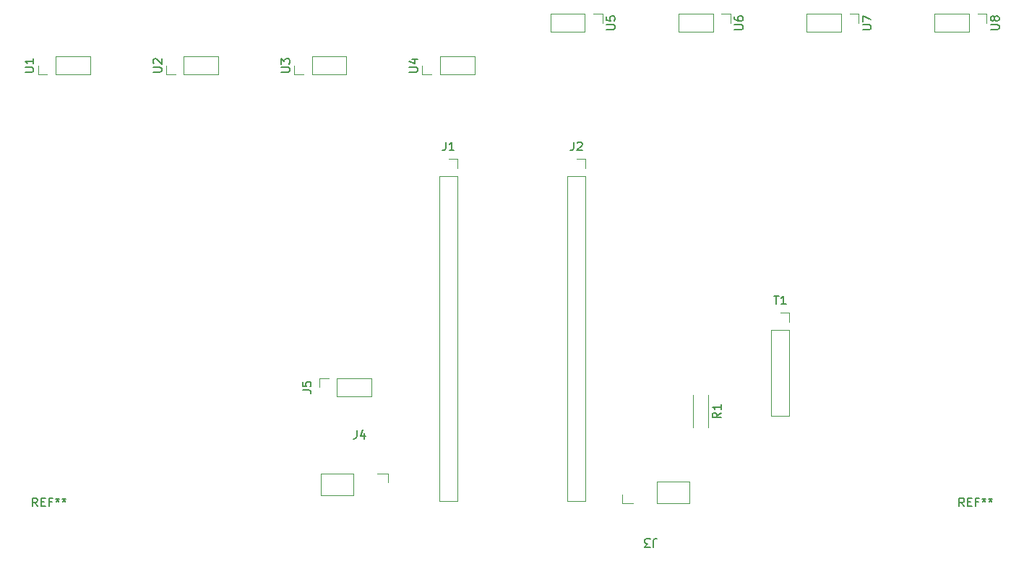
<source format=gbr>
%TF.GenerationSoftware,KiCad,Pcbnew,7.0.10*%
%TF.CreationDate,2024-01-29T08:00:26-03:00*%
%TF.ProjectId,sensor_agv,73656e73-6f72-45f6-9167-762e6b696361,rev?*%
%TF.SameCoordinates,Original*%
%TF.FileFunction,Legend,Top*%
%TF.FilePolarity,Positive*%
%FSLAX46Y46*%
G04 Gerber Fmt 4.6, Leading zero omitted, Abs format (unit mm)*
G04 Created by KiCad (PCBNEW 7.0.10) date 2024-01-29 08:00:26*
%MOMM*%
%LPD*%
G01*
G04 APERTURE LIST*
%ADD10C,0.150000*%
%ADD11C,0.120000*%
G04 APERTURE END LIST*
D10*
X202057819Y-69738304D02*
X202867342Y-69738304D01*
X202867342Y-69738304D02*
X202962580Y-69690685D01*
X202962580Y-69690685D02*
X203010200Y-69643066D01*
X203010200Y-69643066D02*
X203057819Y-69547828D01*
X203057819Y-69547828D02*
X203057819Y-69357352D01*
X203057819Y-69357352D02*
X203010200Y-69262114D01*
X203010200Y-69262114D02*
X202962580Y-69214495D01*
X202962580Y-69214495D02*
X202867342Y-69166876D01*
X202867342Y-69166876D02*
X202057819Y-69166876D01*
X202486390Y-68547828D02*
X202438771Y-68643066D01*
X202438771Y-68643066D02*
X202391152Y-68690685D01*
X202391152Y-68690685D02*
X202295914Y-68738304D01*
X202295914Y-68738304D02*
X202248295Y-68738304D01*
X202248295Y-68738304D02*
X202153057Y-68690685D01*
X202153057Y-68690685D02*
X202105438Y-68643066D01*
X202105438Y-68643066D02*
X202057819Y-68547828D01*
X202057819Y-68547828D02*
X202057819Y-68357352D01*
X202057819Y-68357352D02*
X202105438Y-68262114D01*
X202105438Y-68262114D02*
X202153057Y-68214495D01*
X202153057Y-68214495D02*
X202248295Y-68166876D01*
X202248295Y-68166876D02*
X202295914Y-68166876D01*
X202295914Y-68166876D02*
X202391152Y-68214495D01*
X202391152Y-68214495D02*
X202438771Y-68262114D01*
X202438771Y-68262114D02*
X202486390Y-68357352D01*
X202486390Y-68357352D02*
X202486390Y-68547828D01*
X202486390Y-68547828D02*
X202534009Y-68643066D01*
X202534009Y-68643066D02*
X202581628Y-68690685D01*
X202581628Y-68690685D02*
X202676866Y-68738304D01*
X202676866Y-68738304D02*
X202867342Y-68738304D01*
X202867342Y-68738304D02*
X202962580Y-68690685D01*
X202962580Y-68690685D02*
X203010200Y-68643066D01*
X203010200Y-68643066D02*
X203057819Y-68547828D01*
X203057819Y-68547828D02*
X203057819Y-68357352D01*
X203057819Y-68357352D02*
X203010200Y-68262114D01*
X203010200Y-68262114D02*
X202962580Y-68214495D01*
X202962580Y-68214495D02*
X202867342Y-68166876D01*
X202867342Y-68166876D02*
X202676866Y-68166876D01*
X202676866Y-68166876D02*
X202581628Y-68214495D01*
X202581628Y-68214495D02*
X202534009Y-68262114D01*
X202534009Y-68262114D02*
X202486390Y-68357352D01*
X127809666Y-116734619D02*
X127809666Y-117448904D01*
X127809666Y-117448904D02*
X127762047Y-117591761D01*
X127762047Y-117591761D02*
X127666809Y-117687000D01*
X127666809Y-117687000D02*
X127523952Y-117734619D01*
X127523952Y-117734619D02*
X127428714Y-117734619D01*
X128714428Y-117067952D02*
X128714428Y-117734619D01*
X128476333Y-116687000D02*
X128238238Y-117401285D01*
X128238238Y-117401285D02*
X128857285Y-117401285D01*
X198956666Y-125662219D02*
X198623333Y-125186028D01*
X198385238Y-125662219D02*
X198385238Y-124662219D01*
X198385238Y-124662219D02*
X198766190Y-124662219D01*
X198766190Y-124662219D02*
X198861428Y-124709838D01*
X198861428Y-124709838D02*
X198909047Y-124757457D01*
X198909047Y-124757457D02*
X198956666Y-124852695D01*
X198956666Y-124852695D02*
X198956666Y-124995552D01*
X198956666Y-124995552D02*
X198909047Y-125090790D01*
X198909047Y-125090790D02*
X198861428Y-125138409D01*
X198861428Y-125138409D02*
X198766190Y-125186028D01*
X198766190Y-125186028D02*
X198385238Y-125186028D01*
X199385238Y-125138409D02*
X199718571Y-125138409D01*
X199861428Y-125662219D02*
X199385238Y-125662219D01*
X199385238Y-125662219D02*
X199385238Y-124662219D01*
X199385238Y-124662219D02*
X199861428Y-124662219D01*
X200623333Y-125138409D02*
X200290000Y-125138409D01*
X200290000Y-125662219D02*
X200290000Y-124662219D01*
X200290000Y-124662219D02*
X200766190Y-124662219D01*
X201290000Y-124662219D02*
X201290000Y-124900314D01*
X201051905Y-124805076D02*
X201290000Y-124900314D01*
X201290000Y-124900314D02*
X201528095Y-124805076D01*
X201147143Y-125090790D02*
X201290000Y-124900314D01*
X201290000Y-124900314D02*
X201432857Y-125090790D01*
X202051905Y-124662219D02*
X202051905Y-124900314D01*
X201813810Y-124805076D02*
X202051905Y-124900314D01*
X202051905Y-124900314D02*
X202290000Y-124805076D01*
X201909048Y-125090790D02*
X202051905Y-124900314D01*
X202051905Y-124900314D02*
X202194762Y-125090790D01*
X88937819Y-74738304D02*
X89747342Y-74738304D01*
X89747342Y-74738304D02*
X89842580Y-74690685D01*
X89842580Y-74690685D02*
X89890200Y-74643066D01*
X89890200Y-74643066D02*
X89937819Y-74547828D01*
X89937819Y-74547828D02*
X89937819Y-74357352D01*
X89937819Y-74357352D02*
X89890200Y-74262114D01*
X89890200Y-74262114D02*
X89842580Y-74214495D01*
X89842580Y-74214495D02*
X89747342Y-74166876D01*
X89747342Y-74166876D02*
X88937819Y-74166876D01*
X89937819Y-73166876D02*
X89937819Y-73738304D01*
X89937819Y-73452590D02*
X88937819Y-73452590D01*
X88937819Y-73452590D02*
X89080676Y-73547828D01*
X89080676Y-73547828D02*
X89175914Y-73643066D01*
X89175914Y-73643066D02*
X89223533Y-73738304D01*
X162563133Y-130426880D02*
X162563133Y-129712595D01*
X162563133Y-129712595D02*
X162610752Y-129569738D01*
X162610752Y-129569738D02*
X162705990Y-129474500D01*
X162705990Y-129474500D02*
X162848847Y-129426880D01*
X162848847Y-129426880D02*
X162944085Y-129426880D01*
X162182180Y-130426880D02*
X161563133Y-130426880D01*
X161563133Y-130426880D02*
X161896466Y-130045928D01*
X161896466Y-130045928D02*
X161753609Y-130045928D01*
X161753609Y-130045928D02*
X161658371Y-129998309D01*
X161658371Y-129998309D02*
X161610752Y-129950690D01*
X161610752Y-129950690D02*
X161563133Y-129855452D01*
X161563133Y-129855452D02*
X161563133Y-129617357D01*
X161563133Y-129617357D02*
X161610752Y-129522119D01*
X161610752Y-129522119D02*
X161658371Y-129474500D01*
X161658371Y-129474500D02*
X161753609Y-129426880D01*
X161753609Y-129426880D02*
X162039323Y-129426880D01*
X162039323Y-129426880D02*
X162134561Y-129474500D01*
X162134561Y-129474500D02*
X162182180Y-129522119D01*
X157057819Y-69738304D02*
X157867342Y-69738304D01*
X157867342Y-69738304D02*
X157962580Y-69690685D01*
X157962580Y-69690685D02*
X158010200Y-69643066D01*
X158010200Y-69643066D02*
X158057819Y-69547828D01*
X158057819Y-69547828D02*
X158057819Y-69357352D01*
X158057819Y-69357352D02*
X158010200Y-69262114D01*
X158010200Y-69262114D02*
X157962580Y-69214495D01*
X157962580Y-69214495D02*
X157867342Y-69166876D01*
X157867342Y-69166876D02*
X157057819Y-69166876D01*
X157057819Y-68214495D02*
X157057819Y-68690685D01*
X157057819Y-68690685D02*
X157534009Y-68738304D01*
X157534009Y-68738304D02*
X157486390Y-68690685D01*
X157486390Y-68690685D02*
X157438771Y-68595447D01*
X157438771Y-68595447D02*
X157438771Y-68357352D01*
X157438771Y-68357352D02*
X157486390Y-68262114D01*
X157486390Y-68262114D02*
X157534009Y-68214495D01*
X157534009Y-68214495D02*
X157629247Y-68166876D01*
X157629247Y-68166876D02*
X157867342Y-68166876D01*
X157867342Y-68166876D02*
X157962580Y-68214495D01*
X157962580Y-68214495D02*
X158010200Y-68262114D01*
X158010200Y-68262114D02*
X158057819Y-68357352D01*
X158057819Y-68357352D02*
X158057819Y-68595447D01*
X158057819Y-68595447D02*
X158010200Y-68690685D01*
X158010200Y-68690685D02*
X157962580Y-68738304D01*
X133937819Y-74738304D02*
X134747342Y-74738304D01*
X134747342Y-74738304D02*
X134842580Y-74690685D01*
X134842580Y-74690685D02*
X134890200Y-74643066D01*
X134890200Y-74643066D02*
X134937819Y-74547828D01*
X134937819Y-74547828D02*
X134937819Y-74357352D01*
X134937819Y-74357352D02*
X134890200Y-74262114D01*
X134890200Y-74262114D02*
X134842580Y-74214495D01*
X134842580Y-74214495D02*
X134747342Y-74166876D01*
X134747342Y-74166876D02*
X133937819Y-74166876D01*
X134271152Y-73262114D02*
X134937819Y-73262114D01*
X133890200Y-73500209D02*
X134604485Y-73738304D01*
X134604485Y-73738304D02*
X134604485Y-73119257D01*
X153209666Y-82931219D02*
X153209666Y-83645504D01*
X153209666Y-83645504D02*
X153162047Y-83788361D01*
X153162047Y-83788361D02*
X153066809Y-83883600D01*
X153066809Y-83883600D02*
X152923952Y-83931219D01*
X152923952Y-83931219D02*
X152828714Y-83931219D01*
X153638238Y-83026457D02*
X153685857Y-82978838D01*
X153685857Y-82978838D02*
X153781095Y-82931219D01*
X153781095Y-82931219D02*
X154019190Y-82931219D01*
X154019190Y-82931219D02*
X154114428Y-82978838D01*
X154114428Y-82978838D02*
X154162047Y-83026457D01*
X154162047Y-83026457D02*
X154209666Y-83121695D01*
X154209666Y-83121695D02*
X154209666Y-83216933D01*
X154209666Y-83216933D02*
X154162047Y-83359790D01*
X154162047Y-83359790D02*
X153590619Y-83931219D01*
X153590619Y-83931219D02*
X154209666Y-83931219D01*
X103937819Y-74738304D02*
X104747342Y-74738304D01*
X104747342Y-74738304D02*
X104842580Y-74690685D01*
X104842580Y-74690685D02*
X104890200Y-74643066D01*
X104890200Y-74643066D02*
X104937819Y-74547828D01*
X104937819Y-74547828D02*
X104937819Y-74357352D01*
X104937819Y-74357352D02*
X104890200Y-74262114D01*
X104890200Y-74262114D02*
X104842580Y-74214495D01*
X104842580Y-74214495D02*
X104747342Y-74166876D01*
X104747342Y-74166876D02*
X103937819Y-74166876D01*
X104033057Y-73738304D02*
X103985438Y-73690685D01*
X103985438Y-73690685D02*
X103937819Y-73595447D01*
X103937819Y-73595447D02*
X103937819Y-73357352D01*
X103937819Y-73357352D02*
X103985438Y-73262114D01*
X103985438Y-73262114D02*
X104033057Y-73214495D01*
X104033057Y-73214495D02*
X104128295Y-73166876D01*
X104128295Y-73166876D02*
X104223533Y-73166876D01*
X104223533Y-73166876D02*
X104366390Y-73214495D01*
X104366390Y-73214495D02*
X104937819Y-73785923D01*
X104937819Y-73785923D02*
X104937819Y-73166876D01*
X138209666Y-82931219D02*
X138209666Y-83645504D01*
X138209666Y-83645504D02*
X138162047Y-83788361D01*
X138162047Y-83788361D02*
X138066809Y-83883600D01*
X138066809Y-83883600D02*
X137923952Y-83931219D01*
X137923952Y-83931219D02*
X137828714Y-83931219D01*
X139209666Y-83931219D02*
X138638238Y-83931219D01*
X138923952Y-83931219D02*
X138923952Y-82931219D01*
X138923952Y-82931219D02*
X138828714Y-83074076D01*
X138828714Y-83074076D02*
X138733476Y-83169314D01*
X138733476Y-83169314D02*
X138638238Y-83216933D01*
X170471019Y-114685466D02*
X169994828Y-115018799D01*
X170471019Y-115256894D02*
X169471019Y-115256894D01*
X169471019Y-115256894D02*
X169471019Y-114875942D01*
X169471019Y-114875942D02*
X169518638Y-114780704D01*
X169518638Y-114780704D02*
X169566257Y-114733085D01*
X169566257Y-114733085D02*
X169661495Y-114685466D01*
X169661495Y-114685466D02*
X169804352Y-114685466D01*
X169804352Y-114685466D02*
X169899590Y-114733085D01*
X169899590Y-114733085D02*
X169947209Y-114780704D01*
X169947209Y-114780704D02*
X169994828Y-114875942D01*
X169994828Y-114875942D02*
X169994828Y-115256894D01*
X170471019Y-113733085D02*
X170471019Y-114304513D01*
X170471019Y-114018799D02*
X169471019Y-114018799D01*
X169471019Y-114018799D02*
X169613876Y-114114037D01*
X169613876Y-114114037D02*
X169709114Y-114209275D01*
X169709114Y-114209275D02*
X169756733Y-114304513D01*
X187057819Y-69738304D02*
X187867342Y-69738304D01*
X187867342Y-69738304D02*
X187962580Y-69690685D01*
X187962580Y-69690685D02*
X188010200Y-69643066D01*
X188010200Y-69643066D02*
X188057819Y-69547828D01*
X188057819Y-69547828D02*
X188057819Y-69357352D01*
X188057819Y-69357352D02*
X188010200Y-69262114D01*
X188010200Y-69262114D02*
X187962580Y-69214495D01*
X187962580Y-69214495D02*
X187867342Y-69166876D01*
X187867342Y-69166876D02*
X187057819Y-69166876D01*
X187057819Y-68785923D02*
X187057819Y-68119257D01*
X187057819Y-68119257D02*
X188057819Y-68547828D01*
X172057819Y-69738304D02*
X172867342Y-69738304D01*
X172867342Y-69738304D02*
X172962580Y-69690685D01*
X172962580Y-69690685D02*
X173010200Y-69643066D01*
X173010200Y-69643066D02*
X173057819Y-69547828D01*
X173057819Y-69547828D02*
X173057819Y-69357352D01*
X173057819Y-69357352D02*
X173010200Y-69262114D01*
X173010200Y-69262114D02*
X172962580Y-69214495D01*
X172962580Y-69214495D02*
X172867342Y-69166876D01*
X172867342Y-69166876D02*
X172057819Y-69166876D01*
X172057819Y-68262114D02*
X172057819Y-68452590D01*
X172057819Y-68452590D02*
X172105438Y-68547828D01*
X172105438Y-68547828D02*
X172153057Y-68595447D01*
X172153057Y-68595447D02*
X172295914Y-68690685D01*
X172295914Y-68690685D02*
X172486390Y-68738304D01*
X172486390Y-68738304D02*
X172867342Y-68738304D01*
X172867342Y-68738304D02*
X172962580Y-68690685D01*
X172962580Y-68690685D02*
X173010200Y-68643066D01*
X173010200Y-68643066D02*
X173057819Y-68547828D01*
X173057819Y-68547828D02*
X173057819Y-68357352D01*
X173057819Y-68357352D02*
X173010200Y-68262114D01*
X173010200Y-68262114D02*
X172962580Y-68214495D01*
X172962580Y-68214495D02*
X172867342Y-68166876D01*
X172867342Y-68166876D02*
X172629247Y-68166876D01*
X172629247Y-68166876D02*
X172534009Y-68214495D01*
X172534009Y-68214495D02*
X172486390Y-68262114D01*
X172486390Y-68262114D02*
X172438771Y-68357352D01*
X172438771Y-68357352D02*
X172438771Y-68547828D01*
X172438771Y-68547828D02*
X172486390Y-68643066D01*
X172486390Y-68643066D02*
X172534009Y-68690685D01*
X172534009Y-68690685D02*
X172629247Y-68738304D01*
X90411466Y-125662219D02*
X90078133Y-125186028D01*
X89840038Y-125662219D02*
X89840038Y-124662219D01*
X89840038Y-124662219D02*
X90220990Y-124662219D01*
X90220990Y-124662219D02*
X90316228Y-124709838D01*
X90316228Y-124709838D02*
X90363847Y-124757457D01*
X90363847Y-124757457D02*
X90411466Y-124852695D01*
X90411466Y-124852695D02*
X90411466Y-124995552D01*
X90411466Y-124995552D02*
X90363847Y-125090790D01*
X90363847Y-125090790D02*
X90316228Y-125138409D01*
X90316228Y-125138409D02*
X90220990Y-125186028D01*
X90220990Y-125186028D02*
X89840038Y-125186028D01*
X90840038Y-125138409D02*
X91173371Y-125138409D01*
X91316228Y-125662219D02*
X90840038Y-125662219D01*
X90840038Y-125662219D02*
X90840038Y-124662219D01*
X90840038Y-124662219D02*
X91316228Y-124662219D01*
X92078133Y-125138409D02*
X91744800Y-125138409D01*
X91744800Y-125662219D02*
X91744800Y-124662219D01*
X91744800Y-124662219D02*
X92220990Y-124662219D01*
X92744800Y-124662219D02*
X92744800Y-124900314D01*
X92506705Y-124805076D02*
X92744800Y-124900314D01*
X92744800Y-124900314D02*
X92982895Y-124805076D01*
X92601943Y-125090790D02*
X92744800Y-124900314D01*
X92744800Y-124900314D02*
X92887657Y-125090790D01*
X93506705Y-124662219D02*
X93506705Y-124900314D01*
X93268610Y-124805076D02*
X93506705Y-124900314D01*
X93506705Y-124900314D02*
X93744800Y-124805076D01*
X93363848Y-125090790D02*
X93506705Y-124900314D01*
X93506705Y-124900314D02*
X93649562Y-125090790D01*
X118937819Y-74738304D02*
X119747342Y-74738304D01*
X119747342Y-74738304D02*
X119842580Y-74690685D01*
X119842580Y-74690685D02*
X119890200Y-74643066D01*
X119890200Y-74643066D02*
X119937819Y-74547828D01*
X119937819Y-74547828D02*
X119937819Y-74357352D01*
X119937819Y-74357352D02*
X119890200Y-74262114D01*
X119890200Y-74262114D02*
X119842580Y-74214495D01*
X119842580Y-74214495D02*
X119747342Y-74166876D01*
X119747342Y-74166876D02*
X118937819Y-74166876D01*
X118937819Y-73785923D02*
X118937819Y-73166876D01*
X118937819Y-73166876D02*
X119318771Y-73500209D01*
X119318771Y-73500209D02*
X119318771Y-73357352D01*
X119318771Y-73357352D02*
X119366390Y-73262114D01*
X119366390Y-73262114D02*
X119414009Y-73214495D01*
X119414009Y-73214495D02*
X119509247Y-73166876D01*
X119509247Y-73166876D02*
X119747342Y-73166876D01*
X119747342Y-73166876D02*
X119842580Y-73214495D01*
X119842580Y-73214495D02*
X119890200Y-73262114D01*
X119890200Y-73262114D02*
X119937819Y-73357352D01*
X119937819Y-73357352D02*
X119937819Y-73643066D01*
X119937819Y-73643066D02*
X119890200Y-73738304D01*
X119890200Y-73738304D02*
X119842580Y-73785923D01*
X121445819Y-112032733D02*
X122160104Y-112032733D01*
X122160104Y-112032733D02*
X122302961Y-112080352D01*
X122302961Y-112080352D02*
X122398200Y-112175590D01*
X122398200Y-112175590D02*
X122445819Y-112318447D01*
X122445819Y-112318447D02*
X122445819Y-112413685D01*
X121445819Y-111080352D02*
X121445819Y-111556542D01*
X121445819Y-111556542D02*
X121922009Y-111604161D01*
X121922009Y-111604161D02*
X121874390Y-111556542D01*
X121874390Y-111556542D02*
X121826771Y-111461304D01*
X121826771Y-111461304D02*
X121826771Y-111223209D01*
X121826771Y-111223209D02*
X121874390Y-111127971D01*
X121874390Y-111127971D02*
X121922009Y-111080352D01*
X121922009Y-111080352D02*
X122017247Y-111032733D01*
X122017247Y-111032733D02*
X122255342Y-111032733D01*
X122255342Y-111032733D02*
X122350580Y-111080352D01*
X122350580Y-111080352D02*
X122398200Y-111127971D01*
X122398200Y-111127971D02*
X122445819Y-111223209D01*
X122445819Y-111223209D02*
X122445819Y-111461304D01*
X122445819Y-111461304D02*
X122398200Y-111556542D01*
X122398200Y-111556542D02*
X122350580Y-111604161D01*
X176681495Y-100959019D02*
X177252923Y-100959019D01*
X176967209Y-101959019D02*
X176967209Y-100959019D01*
X178110066Y-101959019D02*
X177538638Y-101959019D01*
X177824352Y-101959019D02*
X177824352Y-100959019D01*
X177824352Y-100959019D02*
X177729114Y-101101876D01*
X177729114Y-101101876D02*
X177633876Y-101197114D01*
X177633876Y-101197114D02*
X177538638Y-101244733D01*
D11*
%TO.C,U8*%
X201603000Y-67916400D02*
X201603000Y-68976400D01*
X200543000Y-67916400D02*
X201603000Y-67916400D01*
X199543000Y-67916400D02*
X195483000Y-67916400D01*
X199543000Y-67916400D02*
X199543000Y-70036400D01*
X195483000Y-67916400D02*
X195483000Y-70036400D01*
X199543000Y-70036400D02*
X195483000Y-70036400D01*
%TO.C,J4*%
X123571000Y-121843800D02*
X123571000Y-124383800D01*
X123571000Y-121843800D02*
X127381000Y-121843800D01*
X127381000Y-121843800D02*
X127381000Y-124383800D01*
X127381000Y-124383800D02*
X123571000Y-124383800D01*
X130175000Y-121843800D02*
X131445000Y-121843800D01*
X131445000Y-121843800D02*
X131445000Y-122859800D01*
%TO.C,U1*%
X90483000Y-75036400D02*
X90483000Y-73976400D01*
X91543000Y-75036400D02*
X90483000Y-75036400D01*
X92543000Y-75036400D02*
X96603000Y-75036400D01*
X92543000Y-75036400D02*
X92543000Y-72916400D01*
X96603000Y-75036400D02*
X96603000Y-72916400D01*
X92543000Y-72916400D02*
X96603000Y-72916400D01*
%TO.C,J3*%
X166801800Y-125317700D02*
X166801800Y-122777700D01*
X166801800Y-125317700D02*
X162991800Y-125317700D01*
X162991800Y-125317700D02*
X162991800Y-122777700D01*
X162991800Y-122777700D02*
X166801800Y-122777700D01*
X160197800Y-125317700D02*
X158927800Y-125317700D01*
X158927800Y-125317700D02*
X158927800Y-124301700D01*
%TO.C,U5*%
X156603000Y-67916400D02*
X156603000Y-68976400D01*
X155543000Y-67916400D02*
X156603000Y-67916400D01*
X154543000Y-67916400D02*
X150483000Y-67916400D01*
X154543000Y-67916400D02*
X154543000Y-70036400D01*
X150483000Y-67916400D02*
X150483000Y-70036400D01*
X154543000Y-70036400D02*
X150483000Y-70036400D01*
%TO.C,U4*%
X135483000Y-75036400D02*
X135483000Y-73976400D01*
X136543000Y-75036400D02*
X135483000Y-75036400D01*
X137543000Y-75036400D02*
X141603000Y-75036400D01*
X137543000Y-75036400D02*
X137543000Y-72916400D01*
X141603000Y-75036400D02*
X141603000Y-72916400D01*
X137543000Y-72916400D02*
X141603000Y-72916400D01*
%TO.C,J2*%
X152483000Y-86976400D02*
X152483000Y-125036400D01*
X152483000Y-86976400D02*
X154603000Y-86976400D01*
X152483000Y-125036400D02*
X154603000Y-125036400D01*
X153543000Y-84916400D02*
X154603000Y-84916400D01*
X154603000Y-84916400D02*
X154603000Y-85976400D01*
X154603000Y-86976400D02*
X154603000Y-125036400D01*
%TO.C,U2*%
X105483000Y-75036400D02*
X105483000Y-73976400D01*
X106543000Y-75036400D02*
X105483000Y-75036400D01*
X107543000Y-75036400D02*
X111603000Y-75036400D01*
X107543000Y-75036400D02*
X107543000Y-72916400D01*
X111603000Y-75036400D02*
X111603000Y-72916400D01*
X107543000Y-72916400D02*
X111603000Y-72916400D01*
%TO.C,J1*%
X137483000Y-86976400D02*
X137483000Y-125036400D01*
X137483000Y-86976400D02*
X139603000Y-86976400D01*
X137483000Y-125036400D02*
X139603000Y-125036400D01*
X138543000Y-84916400D02*
X139603000Y-84916400D01*
X139603000Y-84916400D02*
X139603000Y-85976400D01*
X139603000Y-86976400D02*
X139603000Y-125036400D01*
%TO.C,R1*%
X169016200Y-112598800D02*
X169016200Y-116438800D01*
X167176200Y-112598800D02*
X167176200Y-116438800D01*
%TO.C,U7*%
X186603000Y-67916400D02*
X186603000Y-68976400D01*
X185543000Y-67916400D02*
X186603000Y-67916400D01*
X184543000Y-67916400D02*
X180483000Y-67916400D01*
X184543000Y-67916400D02*
X184543000Y-70036400D01*
X180483000Y-67916400D02*
X180483000Y-70036400D01*
X184543000Y-70036400D02*
X180483000Y-70036400D01*
%TO.C,U6*%
X171603000Y-67916400D02*
X171603000Y-68976400D01*
X170543000Y-67916400D02*
X171603000Y-67916400D01*
X169543000Y-67916400D02*
X165483000Y-67916400D01*
X169543000Y-67916400D02*
X169543000Y-70036400D01*
X165483000Y-67916400D02*
X165483000Y-70036400D01*
X169543000Y-70036400D02*
X165483000Y-70036400D01*
%TO.C,U3*%
X120483000Y-75036400D02*
X120483000Y-73976400D01*
X121543000Y-75036400D02*
X120483000Y-75036400D01*
X122543000Y-75036400D02*
X126603000Y-75036400D01*
X122543000Y-75036400D02*
X122543000Y-72916400D01*
X126603000Y-75036400D02*
X126603000Y-72916400D01*
X122543000Y-72916400D02*
X126603000Y-72916400D01*
%TO.C,J5*%
X125491000Y-112759400D02*
X129551000Y-112759400D01*
X125491000Y-112759400D02*
X125491000Y-110639400D01*
X129551000Y-112759400D02*
X129551000Y-110639400D01*
X123431000Y-111699400D02*
X123431000Y-110639400D01*
X123431000Y-110639400D02*
X124491000Y-110639400D01*
X125491000Y-110639400D02*
X129551000Y-110639400D01*
%TO.C,T1*%
X176383400Y-105004200D02*
X176383400Y-115064200D01*
X176383400Y-105004200D02*
X178503400Y-105004200D01*
X176383400Y-115064200D02*
X178503400Y-115064200D01*
X177443400Y-102944200D02*
X178503400Y-102944200D01*
X178503400Y-102944200D02*
X178503400Y-104004200D01*
X178503400Y-105004200D02*
X178503400Y-115064200D01*
%TD*%
M02*

</source>
